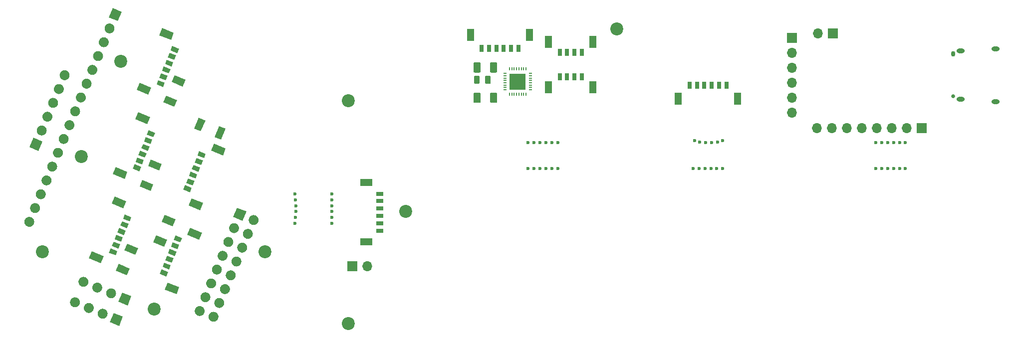
<source format=gbr>
%TF.GenerationSoftware,KiCad,Pcbnew,5.1.6*%
%TF.CreationDate,2020-08-23T11:13:54-07:00*%
%TF.ProjectId,plant_station_v3,706c616e-745f-4737-9461-74696f6e5f76,rev?*%
%TF.SameCoordinates,Original*%
%TF.FileFunction,Soldermask,Bot*%
%TF.FilePolarity,Negative*%
%FSLAX46Y46*%
G04 Gerber Fmt 4.6, Leading zero omitted, Abs format (unit mm)*
G04 Created by KiCad (PCBNEW 5.1.6) date 2020-08-23 11:13:54*
%MOMM*%
%LPD*%
G01*
G04 APERTURE LIST*
%ADD10C,0.600000*%
%ADD11O,1.700000X1.700000*%
%ADD12R,1.700000X1.700000*%
%ADD13C,2.200000*%
%ADD14C,0.100000*%
%ADD15R,1.300000X2.150000*%
%ADD16R,0.800000X1.200000*%
%ADD17R,2.150000X1.300000*%
%ADD18R,1.200000X0.800000*%
%ADD19R,0.200000X0.500000*%
%ADD20R,0.500000X0.200000*%
%ADD21R,2.800000X2.800000*%
%ADD22O,1.400000X0.800000*%
%ADD23O,0.650000X0.950000*%
%ADD24C,0.650000*%
G04 APERTURE END LIST*
D10*
%TO.C,REF\u002A\u002A*%
X112400000Y-89000000D03*
%TD*%
%TO.C,REF\u002A\u002A*%
X112500000Y-90000000D03*
%TD*%
%TO.C,REF\u002A\u002A*%
X112600000Y-91000000D03*
%TD*%
%TO.C,REF\u002A\u002A*%
X112600000Y-92000000D03*
%TD*%
%TO.C,REF\u002A\u002A*%
X112500000Y-93000000D03*
%TD*%
%TO.C,REF\u002A\u002A*%
X112400000Y-94000000D03*
%TD*%
%TO.C,REF\u002A\u002A*%
X118700000Y-94000000D03*
%TD*%
%TO.C,REF\u002A\u002A*%
X118700000Y-93000000D03*
%TD*%
%TO.C,REF\u002A\u002A*%
X118700000Y-92000000D03*
%TD*%
%TO.C,REF\u002A\u002A*%
X118700000Y-91000000D03*
%TD*%
%TO.C,REF\u002A\u002A*%
X118700000Y-90000000D03*
%TD*%
%TO.C,REF\u002A\u002A*%
X118700000Y-89000000D03*
%TD*%
%TO.C,REF\u002A\u002A*%
X152000000Y-80300000D03*
%TD*%
%TO.C,REF\u002A\u002A*%
X153000000Y-80300000D03*
%TD*%
%TO.C,REF\u002A\u002A*%
X154000000Y-80300000D03*
%TD*%
%TO.C,REF\u002A\u002A*%
X155000000Y-80300000D03*
%TD*%
%TO.C,REF\u002A\u002A*%
X156000000Y-80300000D03*
%TD*%
%TO.C,REF\u002A\u002A*%
X157000000Y-80300000D03*
%TD*%
%TO.C,REF\u002A\u002A*%
X157000000Y-84700000D03*
%TD*%
%TO.C,REF\u002A\u002A*%
X156000000Y-84700000D03*
%TD*%
%TO.C,REF\u002A\u002A*%
X155000000Y-84700000D03*
%TD*%
%TO.C,REF\u002A\u002A*%
X154000000Y-84700000D03*
%TD*%
%TO.C,REF\u002A\u002A*%
X153000000Y-84700000D03*
%TD*%
%TO.C,REF\u002A\u002A*%
X152000000Y-84700000D03*
%TD*%
%TO.C,REF\u002A\u002A*%
X180200000Y-79900000D03*
%TD*%
%TO.C,REF\u002A\u002A*%
X181100000Y-80200000D03*
%TD*%
%TO.C,REF\u002A\u002A*%
X182100000Y-80300000D03*
%TD*%
%TO.C,REF\u002A\u002A*%
X183100000Y-80300000D03*
%TD*%
%TO.C,REF\u002A\u002A*%
X184100000Y-80200000D03*
%TD*%
%TO.C,REF\u002A\u002A*%
X185000000Y-79900000D03*
%TD*%
%TO.C,REF\u002A\u002A*%
X185000000Y-84700000D03*
%TD*%
%TO.C,REF\u002A\u002A*%
X184000000Y-84700000D03*
%TD*%
%TO.C,REF\u002A\u002A*%
X183000000Y-84700000D03*
%TD*%
%TO.C,REF\u002A\u002A*%
X182000000Y-84700000D03*
%TD*%
%TO.C,REF\u002A\u002A*%
X181000000Y-84700000D03*
%TD*%
%TO.C,REF\u002A\u002A*%
X180000000Y-84700000D03*
%TD*%
%TO.C,REF\u002A\u002A*%
X216000000Y-80300000D03*
%TD*%
%TO.C,REF\u002A\u002A*%
X215000000Y-80300000D03*
%TD*%
%TO.C,REF\u002A\u002A*%
X214000000Y-80300000D03*
%TD*%
%TO.C,REF\u002A\u002A*%
X213000000Y-80300000D03*
%TD*%
%TO.C,REF\u002A\u002A*%
X212000000Y-80300000D03*
%TD*%
%TO.C,REF\u002A\u002A*%
X211000000Y-80300000D03*
%TD*%
%TO.C,REF\u002A\u002A*%
X216000000Y-84700000D03*
%TD*%
%TO.C,REF\u002A\u002A*%
X215000000Y-84700000D03*
%TD*%
%TO.C,REF\u002A\u002A*%
X214000000Y-84700000D03*
%TD*%
%TO.C,REF\u002A\u002A*%
X213000000Y-84700000D03*
%TD*%
%TO.C,REF\u002A\u002A*%
X212000000Y-84700000D03*
%TD*%
%TO.C,REF\u002A\u002A*%
X211000000Y-84700000D03*
%TD*%
D11*
%TO.C,J7*%
X200995000Y-77855000D03*
X203535000Y-77855000D03*
X206075000Y-77855000D03*
X208615000Y-77855000D03*
X211155000Y-77855000D03*
X213695000Y-77855000D03*
X216235000Y-77855000D03*
D12*
X218775000Y-77855000D03*
%TD*%
D13*
%TO.C,REF\u002A\u002A*%
X167005000Y-60990000D03*
%TD*%
%TO.C,REF\u002A\u002A*%
X121475000Y-73200000D03*
%TD*%
%TO.C,REF\u002A\u002A*%
X131195000Y-92000000D03*
%TD*%
%TO.C,REF\u002A\u002A*%
X121475000Y-111000000D03*
%TD*%
D14*
%TO.C,J2*%
G36*
X100188557Y-82477080D02*
G01*
X98202216Y-81654311D01*
X98699705Y-80453268D01*
X100686046Y-81276037D01*
X100188557Y-82477080D01*
G37*
G36*
X96342588Y-91762070D02*
G01*
X94356247Y-90939301D01*
X94853736Y-89738258D01*
X96840077Y-90561027D01*
X96342588Y-91762070D01*
G37*
G36*
X96997982Y-82941449D02*
G01*
X95889327Y-82482229D01*
X96195474Y-81743125D01*
X97304129Y-82202345D01*
X96997982Y-82941449D01*
G37*
G36*
X96519628Y-84096298D02*
G01*
X95410973Y-83637078D01*
X95717120Y-82897974D01*
X96825775Y-83357194D01*
X96519628Y-84096298D01*
G37*
G36*
X96041274Y-85251148D02*
G01*
X94932619Y-84791928D01*
X95238766Y-84052824D01*
X96347421Y-84512044D01*
X96041274Y-85251148D01*
G37*
G36*
X95562920Y-86405997D02*
G01*
X94454265Y-85946777D01*
X94760412Y-85207673D01*
X95869067Y-85666893D01*
X95562920Y-86405997D01*
G37*
G36*
X95084565Y-87560847D02*
G01*
X93975910Y-87101627D01*
X94282057Y-86362523D01*
X95390712Y-86821743D01*
X95084565Y-87560847D01*
G37*
G36*
X94606211Y-88715696D02*
G01*
X93497556Y-88256476D01*
X93803703Y-87517372D01*
X94912358Y-87976592D01*
X94606211Y-88715696D01*
G37*
%TD*%
%TO.C,D13*%
G36*
X82525896Y-100894841D02*
G01*
X84373655Y-101660208D01*
X83895300Y-102815057D01*
X82047541Y-102049690D01*
X82525896Y-100894841D01*
G37*
G36*
X83960958Y-97430293D02*
G01*
X85808717Y-98195660D01*
X85330362Y-99350509D01*
X83482603Y-98585142D01*
X83960958Y-97430293D01*
G37*
%TD*%
%TO.C,J13*%
G36*
X77993257Y-98719704D02*
G01*
X79979598Y-99542473D01*
X79482109Y-100743516D01*
X77495768Y-99920747D01*
X77993257Y-98719704D01*
G37*
G36*
X81839226Y-89434714D02*
G01*
X83825567Y-90257483D01*
X83328078Y-91458526D01*
X81341737Y-90635757D01*
X81839226Y-89434714D01*
G37*
G36*
X81183832Y-98255335D02*
G01*
X82292487Y-98714555D01*
X81986340Y-99453659D01*
X80877685Y-98994439D01*
X81183832Y-98255335D01*
G37*
G36*
X81662186Y-97100486D02*
G01*
X82770841Y-97559706D01*
X82464694Y-98298810D01*
X81356039Y-97839590D01*
X81662186Y-97100486D01*
G37*
G36*
X82140540Y-95945636D02*
G01*
X83249195Y-96404856D01*
X82943048Y-97143960D01*
X81834393Y-96684740D01*
X82140540Y-95945636D01*
G37*
G36*
X82618894Y-94790787D02*
G01*
X83727549Y-95250007D01*
X83421402Y-95989111D01*
X82312747Y-95529891D01*
X82618894Y-94790787D01*
G37*
G36*
X83097249Y-93635937D02*
G01*
X84205904Y-94095157D01*
X83899757Y-94834261D01*
X82791102Y-94375041D01*
X83097249Y-93635937D01*
G37*
G36*
X83575603Y-92481088D02*
G01*
X84684258Y-92940308D01*
X84378111Y-93679412D01*
X83269456Y-93220192D01*
X83575603Y-92481088D01*
G37*
%TD*%
%TO.C,J17*%
G36*
X83047877Y-58085963D02*
G01*
X82397315Y-59656559D01*
X80826719Y-59005997D01*
X81477281Y-57435401D01*
X83047877Y-58085963D01*
G37*
G36*
G01*
X81750580Y-61217915D02*
X81750580Y-61217915D01*
G75*
G02*
X80640001Y-61677932I-785298J325281D01*
G01*
X80640001Y-61677932D01*
G75*
G02*
X80179984Y-60567353I325281J785298D01*
G01*
X80179984Y-60567353D01*
G75*
G02*
X81290563Y-60107336I785298J-325281D01*
G01*
X81290563Y-60107336D01*
G75*
G02*
X81750580Y-61217915I-325281J-785298D01*
G01*
G37*
G36*
G01*
X80778564Y-63564569D02*
X80778564Y-63564569D01*
G75*
G02*
X79667985Y-64024586I-785298J325281D01*
G01*
X79667985Y-64024586D01*
G75*
G02*
X79207968Y-62914007I325281J785298D01*
G01*
X79207968Y-62914007D01*
G75*
G02*
X80318547Y-62453990I785298J-325281D01*
G01*
X80318547Y-62453990D01*
G75*
G02*
X80778564Y-63564569I-325281J-785298D01*
G01*
G37*
G36*
G01*
X79806548Y-65911223D02*
X79806548Y-65911223D01*
G75*
G02*
X78695969Y-66371240I-785298J325281D01*
G01*
X78695969Y-66371240D01*
G75*
G02*
X78235952Y-65260661I325281J785298D01*
G01*
X78235952Y-65260661D01*
G75*
G02*
X79346531Y-64800644I785298J-325281D01*
G01*
X79346531Y-64800644D01*
G75*
G02*
X79806548Y-65911223I-325281J-785298D01*
G01*
G37*
G36*
G01*
X78834532Y-68257877D02*
X78834532Y-68257877D01*
G75*
G02*
X77723953Y-68717894I-785298J325281D01*
G01*
X77723953Y-68717894D01*
G75*
G02*
X77263936Y-67607315I325281J785298D01*
G01*
X77263936Y-67607315D01*
G75*
G02*
X78374515Y-67147298I785298J-325281D01*
G01*
X78374515Y-67147298D01*
G75*
G02*
X78834532Y-68257877I-325281J-785298D01*
G01*
G37*
G36*
G01*
X77862516Y-70604531D02*
X77862516Y-70604531D01*
G75*
G02*
X76751937Y-71064548I-785298J325281D01*
G01*
X76751937Y-71064548D01*
G75*
G02*
X76291920Y-69953969I325281J785298D01*
G01*
X76291920Y-69953969D01*
G75*
G02*
X77402499Y-69493952I785298J-325281D01*
G01*
X77402499Y-69493952D01*
G75*
G02*
X77862516Y-70604531I-325281J-785298D01*
G01*
G37*
G36*
G01*
X76890500Y-72951185D02*
X76890500Y-72951185D01*
G75*
G02*
X75779921Y-73411202I-785298J325281D01*
G01*
X75779921Y-73411202D01*
G75*
G02*
X75319904Y-72300623I325281J785298D01*
G01*
X75319904Y-72300623D01*
G75*
G02*
X76430483Y-71840606I785298J-325281D01*
G01*
X76430483Y-71840606D01*
G75*
G02*
X76890500Y-72951185I-325281J-785298D01*
G01*
G37*
G36*
G01*
X75918485Y-75297839D02*
X75918485Y-75297839D01*
G75*
G02*
X74807906Y-75757856I-785298J325281D01*
G01*
X74807906Y-75757856D01*
G75*
G02*
X74347889Y-74647277I325281J785298D01*
G01*
X74347889Y-74647277D01*
G75*
G02*
X75458468Y-74187260I785298J-325281D01*
G01*
X75458468Y-74187260D01*
G75*
G02*
X75918485Y-75297839I-325281J-785298D01*
G01*
G37*
G36*
G01*
X74946469Y-77644493D02*
X74946469Y-77644493D01*
G75*
G02*
X73835890Y-78104510I-785298J325281D01*
G01*
X73835890Y-78104510D01*
G75*
G02*
X73375873Y-76993931I325281J785298D01*
G01*
X73375873Y-76993931D01*
G75*
G02*
X74486452Y-76533914I785298J-325281D01*
G01*
X74486452Y-76533914D01*
G75*
G02*
X74946469Y-77644493I-325281J-785298D01*
G01*
G37*
G36*
G01*
X73974453Y-79991147D02*
X73974453Y-79991147D01*
G75*
G02*
X72863874Y-80451164I-785298J325281D01*
G01*
X72863874Y-80451164D01*
G75*
G02*
X72403857Y-79340585I325281J785298D01*
G01*
X72403857Y-79340585D01*
G75*
G02*
X73514436Y-78880568I785298J-325281D01*
G01*
X73514436Y-78880568D01*
G75*
G02*
X73974453Y-79991147I-325281J-785298D01*
G01*
G37*
G36*
G01*
X73002437Y-82337801D02*
X73002437Y-82337801D01*
G75*
G02*
X71891858Y-82797818I-785298J325281D01*
G01*
X71891858Y-82797818D01*
G75*
G02*
X71431841Y-81687239I325281J785298D01*
G01*
X71431841Y-81687239D01*
G75*
G02*
X72542420Y-81227222I785298J-325281D01*
G01*
X72542420Y-81227222D01*
G75*
G02*
X73002437Y-82337801I-325281J-785298D01*
G01*
G37*
G36*
G01*
X72030421Y-84684455D02*
X72030421Y-84684455D01*
G75*
G02*
X70919842Y-85144472I-785298J325281D01*
G01*
X70919842Y-85144472D01*
G75*
G02*
X70459825Y-84033893I325281J785298D01*
G01*
X70459825Y-84033893D01*
G75*
G02*
X71570404Y-83573876I785298J-325281D01*
G01*
X71570404Y-83573876D01*
G75*
G02*
X72030421Y-84684455I-325281J-785298D01*
G01*
G37*
G36*
G01*
X71058405Y-87031109D02*
X71058405Y-87031109D01*
G75*
G02*
X69947826Y-87491126I-785298J325281D01*
G01*
X69947826Y-87491126D01*
G75*
G02*
X69487809Y-86380547I325281J785298D01*
G01*
X69487809Y-86380547D01*
G75*
G02*
X70598388Y-85920530I785298J-325281D01*
G01*
X70598388Y-85920530D01*
G75*
G02*
X71058405Y-87031109I-325281J-785298D01*
G01*
G37*
G36*
G01*
X70086389Y-89377763D02*
X70086389Y-89377763D01*
G75*
G02*
X68975810Y-89837780I-785298J325281D01*
G01*
X68975810Y-89837780D01*
G75*
G02*
X68515793Y-88727201I325281J785298D01*
G01*
X68515793Y-88727201D01*
G75*
G02*
X69626372Y-88267184I785298J-325281D01*
G01*
X69626372Y-88267184D01*
G75*
G02*
X70086389Y-89377763I-325281J-785298D01*
G01*
G37*
G36*
G01*
X69114373Y-91724417D02*
X69114373Y-91724417D01*
G75*
G02*
X68003794Y-92184434I-785298J325281D01*
G01*
X68003794Y-92184434D01*
G75*
G02*
X67543777Y-91073855I325281J785298D01*
G01*
X67543777Y-91073855D01*
G75*
G02*
X68654356Y-90613838I785298J-325281D01*
G01*
X68654356Y-90613838D01*
G75*
G02*
X69114373Y-91724417I-325281J-785298D01*
G01*
G37*
G36*
G01*
X68142357Y-94071071D02*
X68142357Y-94071071D01*
G75*
G02*
X67031778Y-94531088I-785298J325281D01*
G01*
X67031778Y-94531088D01*
G75*
G02*
X66571761Y-93420509I325281J785298D01*
G01*
X66571761Y-93420509D01*
G75*
G02*
X67682340Y-92960492I785298J-325281D01*
G01*
X67682340Y-92960492D01*
G75*
G02*
X68142357Y-94071071I-325281J-785298D01*
G01*
G37*
%TD*%
D12*
%TO.C,J19*%
X203725000Y-61755000D03*
D11*
X201185000Y-61755000D03*
%TD*%
D12*
%TO.C,J16*%
X196725000Y-62467500D03*
D11*
X196725000Y-65007500D03*
X196725000Y-67547500D03*
X196725000Y-70087500D03*
X196725000Y-72627500D03*
X196725000Y-75167500D03*
%TD*%
D15*
%TO.C,J12*%
X187525000Y-72870001D03*
X177475000Y-72870001D03*
D16*
X185625000Y-70575001D03*
X184375000Y-70575001D03*
X183125000Y-70575001D03*
X181875000Y-70575001D03*
X180625000Y-70575001D03*
X179375000Y-70575001D03*
%TD*%
D17*
%TO.C,J11*%
X124530000Y-97125000D03*
X124530000Y-87075000D03*
D18*
X126825000Y-95225000D03*
X126825000Y-93975000D03*
X126825000Y-92725000D03*
X126825000Y-91475000D03*
X126825000Y-90225000D03*
X126825000Y-88975000D03*
%TD*%
D14*
%TO.C,J10*%
G36*
X83116801Y-105739769D02*
G01*
X84687397Y-106390331D01*
X84036835Y-107960927D01*
X82466239Y-107310365D01*
X83116801Y-105739769D01*
G37*
G36*
G01*
X81555445Y-105093034D02*
X81555445Y-105093034D01*
G75*
G02*
X82015462Y-106203613I-325281J-785298D01*
G01*
X82015462Y-106203613D01*
G75*
G02*
X80904883Y-106663630I-785298J325281D01*
G01*
X80904883Y-106663630D01*
G75*
G02*
X80444866Y-105553051I325281J785298D01*
G01*
X80444866Y-105553051D01*
G75*
G02*
X81555445Y-105093034I785298J-325281D01*
G01*
G37*
G36*
G01*
X79208791Y-104121018D02*
X79208791Y-104121018D01*
G75*
G02*
X79668808Y-105231597I-325281J-785298D01*
G01*
X79668808Y-105231597D01*
G75*
G02*
X78558229Y-105691614I-785298J325281D01*
G01*
X78558229Y-105691614D01*
G75*
G02*
X78098212Y-104581035I325281J785298D01*
G01*
X78098212Y-104581035D01*
G75*
G02*
X79208791Y-104121018I785298J-325281D01*
G01*
G37*
G36*
G01*
X76862137Y-103149002D02*
X76862137Y-103149002D01*
G75*
G02*
X77322154Y-104259581I-325281J-785298D01*
G01*
X77322154Y-104259581D01*
G75*
G02*
X76211575Y-104719598I-785298J325281D01*
G01*
X76211575Y-104719598D01*
G75*
G02*
X75751558Y-103609019I325281J785298D01*
G01*
X75751558Y-103609019D01*
G75*
G02*
X76862137Y-103149002I785298J-325281D01*
G01*
G37*
%TD*%
%TO.C,J9*%
G36*
G01*
X75427074Y-106613550D02*
X75427074Y-106613550D01*
G75*
G02*
X75887091Y-107724129I-325281J-785298D01*
G01*
X75887091Y-107724129D01*
G75*
G02*
X74776512Y-108184146I-785298J325281D01*
G01*
X74776512Y-108184146D01*
G75*
G02*
X74316495Y-107073567I325281J785298D01*
G01*
X74316495Y-107073567D01*
G75*
G02*
X75427074Y-106613550I785298J-325281D01*
G01*
G37*
G36*
G01*
X77773728Y-107585566D02*
X77773728Y-107585566D01*
G75*
G02*
X78233745Y-108696145I-325281J-785298D01*
G01*
X78233745Y-108696145D01*
G75*
G02*
X77123166Y-109156162I-785298J325281D01*
G01*
X77123166Y-109156162D01*
G75*
G02*
X76663149Y-108045583I325281J785298D01*
G01*
X76663149Y-108045583D01*
G75*
G02*
X77773728Y-107585566I785298J-325281D01*
G01*
G37*
G36*
G01*
X80120382Y-108557582D02*
X80120382Y-108557582D01*
G75*
G02*
X80580399Y-109668161I-325281J-785298D01*
G01*
X80580399Y-109668161D01*
G75*
G02*
X79469820Y-110128178I-785298J325281D01*
G01*
X79469820Y-110128178D01*
G75*
G02*
X79009803Y-109017599I325281J785298D01*
G01*
X79009803Y-109017599D01*
G75*
G02*
X80120382Y-108557582I785298J-325281D01*
G01*
G37*
G36*
X81681738Y-109204317D02*
G01*
X83252334Y-109854879D01*
X82601772Y-111425475D01*
X81031176Y-110774913D01*
X81681738Y-109204317D01*
G37*
%TD*%
%TO.C,J6*%
G36*
X91631186Y-63887250D02*
G01*
X92739841Y-64346470D01*
X92433694Y-65085574D01*
X91325039Y-64626354D01*
X91631186Y-63887250D01*
G37*
G36*
X91152832Y-65042099D02*
G01*
X92261487Y-65501319D01*
X91955340Y-66240423D01*
X90846685Y-65781203D01*
X91152832Y-65042099D01*
G37*
G36*
X90674477Y-66196949D02*
G01*
X91783132Y-66656169D01*
X91476985Y-67395273D01*
X90368330Y-66936053D01*
X90674477Y-66196949D01*
G37*
G36*
X90196123Y-67351798D02*
G01*
X91304778Y-67811018D01*
X90998631Y-68550122D01*
X89889976Y-68090902D01*
X90196123Y-67351798D01*
G37*
G36*
X89717769Y-68506648D02*
G01*
X90826424Y-68965868D01*
X90520277Y-69704972D01*
X89411622Y-69245752D01*
X89717769Y-68506648D01*
G37*
G36*
X89239415Y-69661497D02*
G01*
X90348070Y-70120717D01*
X90041923Y-70859821D01*
X88933268Y-70400601D01*
X89239415Y-69661497D01*
G37*
G36*
X89894809Y-60840876D02*
G01*
X91881150Y-61663645D01*
X91383661Y-62864688D01*
X89397320Y-62041919D01*
X89894809Y-60840876D01*
G37*
G36*
X86048840Y-70125866D02*
G01*
X88035181Y-70948635D01*
X87537692Y-72149678D01*
X85551351Y-71326909D01*
X86048840Y-70125866D01*
G37*
%TD*%
D19*
%TO.C,LEDDRV1*%
X148825000Y-67770000D03*
X149225000Y-67770000D03*
X149625000Y-67770000D03*
X150025000Y-67770000D03*
X150425000Y-67770000D03*
X150825000Y-67770000D03*
X151225000Y-67770000D03*
X151625000Y-67770000D03*
D20*
X152375000Y-68520000D03*
X152375000Y-68920000D03*
X152375000Y-69320000D03*
X152375000Y-69720000D03*
X152375000Y-70120000D03*
X152375000Y-70520000D03*
X152375000Y-70920000D03*
X152375000Y-71320000D03*
D19*
X151625000Y-72070000D03*
X151225000Y-72070000D03*
X150825000Y-72070000D03*
X150425000Y-72070000D03*
X150025000Y-72070000D03*
X149625000Y-72070000D03*
X149225000Y-72070000D03*
X148825000Y-72070000D03*
D20*
X148075000Y-71320000D03*
X148075000Y-70920000D03*
X148075000Y-70520000D03*
X148075000Y-70120000D03*
X148075000Y-69720000D03*
X148075000Y-69320000D03*
X148075000Y-68920000D03*
X148075000Y-68520000D03*
D21*
X150225000Y-69920000D03*
%TD*%
D14*
%TO.C,D9*%
G36*
X90581478Y-72301003D02*
G01*
X92429237Y-73066370D01*
X91950882Y-74221219D01*
X90103123Y-73455852D01*
X90581478Y-72301003D01*
G37*
G36*
X92016540Y-68836455D02*
G01*
X93864299Y-69601822D01*
X93385944Y-70756671D01*
X91538185Y-69991304D01*
X92016540Y-68836455D01*
G37*
%TD*%
D12*
%TO.C,J18*%
X122125000Y-101311875D03*
D11*
X124665000Y-101311875D03*
%TD*%
%TO.C,C1*%
G36*
G01*
X146750000Y-66895000D02*
X146750000Y-68145000D01*
G75*
G02*
X146500000Y-68395000I-250000J0D01*
G01*
X145750000Y-68395000D01*
G75*
G02*
X145500000Y-68145000I0J250000D01*
G01*
X145500000Y-66895000D01*
G75*
G02*
X145750000Y-66645000I250000J0D01*
G01*
X146500000Y-66645000D01*
G75*
G02*
X146750000Y-66895000I0J-250000D01*
G01*
G37*
G36*
G01*
X143950000Y-66895000D02*
X143950000Y-68145000D01*
G75*
G02*
X143700000Y-68395000I-250000J0D01*
G01*
X142950000Y-68395000D01*
G75*
G02*
X142700000Y-68145000I0J250000D01*
G01*
X142700000Y-66895000D01*
G75*
G02*
X142950000Y-66645000I250000J0D01*
G01*
X143700000Y-66645000D01*
G75*
G02*
X143950000Y-66895000I0J-250000D01*
G01*
G37*
%TD*%
D15*
%TO.C,J14*%
X155450000Y-63180000D03*
X163000000Y-63180000D03*
D16*
X157350000Y-64995000D03*
X158600000Y-64995000D03*
X159850000Y-64995000D03*
X161100000Y-64995000D03*
%TD*%
%TO.C,R1*%
G36*
G01*
X142800000Y-70076250D02*
X142800000Y-69163750D01*
G75*
G02*
X143043750Y-68920000I243750J0D01*
G01*
X143531250Y-68920000D01*
G75*
G02*
X143775000Y-69163750I0J-243750D01*
G01*
X143775000Y-70076250D01*
G75*
G02*
X143531250Y-70320000I-243750J0D01*
G01*
X143043750Y-70320000D01*
G75*
G02*
X142800000Y-70076250I0J243750D01*
G01*
G37*
G36*
G01*
X144675000Y-70076250D02*
X144675000Y-69163750D01*
G75*
G02*
X144918750Y-68920000I243750J0D01*
G01*
X145406250Y-68920000D01*
G75*
G02*
X145650000Y-69163750I0J-243750D01*
G01*
X145650000Y-70076250D01*
G75*
G02*
X145406250Y-70320000I-243750J0D01*
G01*
X144918750Y-70320000D01*
G75*
G02*
X144675000Y-70076250I0J243750D01*
G01*
G37*
%TD*%
D14*
%TO.C,J4*%
G36*
X96160765Y-96773999D02*
G01*
X94174424Y-95951230D01*
X94671913Y-94750187D01*
X96658254Y-95572956D01*
X96160765Y-96773999D01*
G37*
G36*
X92314796Y-106058989D02*
G01*
X90328455Y-105236220D01*
X90825944Y-104035177D01*
X92812285Y-104857946D01*
X92314796Y-106058989D01*
G37*
G36*
X92970190Y-97238368D02*
G01*
X91861535Y-96779148D01*
X92167682Y-96040044D01*
X93276337Y-96499264D01*
X92970190Y-97238368D01*
G37*
G36*
X92491836Y-98393217D02*
G01*
X91383181Y-97933997D01*
X91689328Y-97194893D01*
X92797983Y-97654113D01*
X92491836Y-98393217D01*
G37*
G36*
X92013482Y-99548067D02*
G01*
X90904827Y-99088847D01*
X91210974Y-98349743D01*
X92319629Y-98808963D01*
X92013482Y-99548067D01*
G37*
G36*
X91535128Y-100702916D02*
G01*
X90426473Y-100243696D01*
X90732620Y-99504592D01*
X91841275Y-99963812D01*
X91535128Y-100702916D01*
G37*
G36*
X91056773Y-101857766D02*
G01*
X89948118Y-101398546D01*
X90254265Y-100659442D01*
X91362920Y-101118662D01*
X91056773Y-101857766D01*
G37*
G36*
X90578419Y-103012615D02*
G01*
X89469764Y-102553395D01*
X89775911Y-101814291D01*
X90884566Y-102273511D01*
X90578419Y-103012615D01*
G37*
%TD*%
D15*
%TO.C,J20*%
X142200000Y-61975000D03*
X152250000Y-61975000D03*
D16*
X144100000Y-64270000D03*
X145350000Y-64270000D03*
X146600000Y-64270000D03*
X147850000Y-64270000D03*
X149100000Y-64270000D03*
X150350000Y-64270000D03*
%TD*%
%TO.C,C2*%
G36*
G01*
X142700000Y-73295000D02*
X142700000Y-72045000D01*
G75*
G02*
X142950000Y-71795000I250000J0D01*
G01*
X143700000Y-71795000D01*
G75*
G02*
X143950000Y-72045000I0J-250000D01*
G01*
X143950000Y-73295000D01*
G75*
G02*
X143700000Y-73545000I-250000J0D01*
G01*
X142950000Y-73545000D01*
G75*
G02*
X142700000Y-73295000I0J250000D01*
G01*
G37*
G36*
G01*
X145500000Y-73295000D02*
X145500000Y-72045000D01*
G75*
G02*
X145750000Y-71795000I250000J0D01*
G01*
X146500000Y-71795000D01*
G75*
G02*
X146750000Y-72045000I0J-250000D01*
G01*
X146750000Y-73295000D01*
G75*
G02*
X146500000Y-73545000I-250000J0D01*
G01*
X145750000Y-73545000D01*
G75*
G02*
X145500000Y-73295000I0J250000D01*
G01*
G37*
%TD*%
D14*
%TO.C,J5*%
G36*
X87603395Y-78184169D02*
G01*
X88712050Y-78643389D01*
X88405903Y-79382493D01*
X87297248Y-78923273D01*
X87603395Y-78184169D01*
G37*
G36*
X87125041Y-79339018D02*
G01*
X88233696Y-79798238D01*
X87927549Y-80537342D01*
X86818894Y-80078122D01*
X87125041Y-79339018D01*
G37*
G36*
X86646686Y-80493868D02*
G01*
X87755341Y-80953088D01*
X87449194Y-81692192D01*
X86340539Y-81232972D01*
X86646686Y-80493868D01*
G37*
G36*
X86168332Y-81648717D02*
G01*
X87276987Y-82107937D01*
X86970840Y-82847041D01*
X85862185Y-82387821D01*
X86168332Y-81648717D01*
G37*
G36*
X85689978Y-82803567D02*
G01*
X86798633Y-83262787D01*
X86492486Y-84001891D01*
X85383831Y-83542671D01*
X85689978Y-82803567D01*
G37*
G36*
X85211624Y-83958416D02*
G01*
X86320279Y-84417636D01*
X86014132Y-85156740D01*
X84905477Y-84697520D01*
X85211624Y-83958416D01*
G37*
G36*
X85867018Y-75137795D02*
G01*
X87853359Y-75960564D01*
X87355870Y-77161607D01*
X85369529Y-76338838D01*
X85867018Y-75137795D01*
G37*
G36*
X82021049Y-84422785D02*
G01*
X84007390Y-85245554D01*
X83509901Y-86446597D01*
X81523560Y-85623828D01*
X82021049Y-84422785D01*
G37*
%TD*%
%TO.C,J1*%
G36*
X101955414Y-92923408D02*
G01*
X102605976Y-91352812D01*
X104176572Y-92003374D01*
X103526010Y-93573970D01*
X101955414Y-92923408D01*
G37*
G36*
G01*
X104627349Y-93110126D02*
X104627349Y-93110126D01*
G75*
G02*
X105737928Y-92650109I785298J-325281D01*
G01*
X105737928Y-92650109D01*
G75*
G02*
X106197945Y-93760688I-325281J-785298D01*
G01*
X106197945Y-93760688D01*
G75*
G02*
X105087366Y-94220705I-785298J325281D01*
G01*
X105087366Y-94220705D01*
G75*
G02*
X104627349Y-93110126I325281J785298D01*
G01*
G37*
G36*
G01*
X101308679Y-94484764D02*
X101308679Y-94484764D01*
G75*
G02*
X102419258Y-94024747I785298J-325281D01*
G01*
X102419258Y-94024747D01*
G75*
G02*
X102879275Y-95135326I-325281J-785298D01*
G01*
X102879275Y-95135326D01*
G75*
G02*
X101768696Y-95595343I-785298J325281D01*
G01*
X101768696Y-95595343D01*
G75*
G02*
X101308679Y-94484764I325281J785298D01*
G01*
G37*
G36*
G01*
X103655333Y-95456780D02*
X103655333Y-95456780D01*
G75*
G02*
X104765912Y-94996763I785298J-325281D01*
G01*
X104765912Y-94996763D01*
G75*
G02*
X105225929Y-96107342I-325281J-785298D01*
G01*
X105225929Y-96107342D01*
G75*
G02*
X104115350Y-96567359I-785298J325281D01*
G01*
X104115350Y-96567359D01*
G75*
G02*
X103655333Y-95456780I325281J785298D01*
G01*
G37*
G36*
G01*
X100336663Y-96831418D02*
X100336663Y-96831418D01*
G75*
G02*
X101447242Y-96371401I785298J-325281D01*
G01*
X101447242Y-96371401D01*
G75*
G02*
X101907259Y-97481980I-325281J-785298D01*
G01*
X101907259Y-97481980D01*
G75*
G02*
X100796680Y-97941997I-785298J325281D01*
G01*
X100796680Y-97941997D01*
G75*
G02*
X100336663Y-96831418I325281J785298D01*
G01*
G37*
G36*
G01*
X102683317Y-97803434D02*
X102683317Y-97803434D01*
G75*
G02*
X103793896Y-97343417I785298J-325281D01*
G01*
X103793896Y-97343417D01*
G75*
G02*
X104253913Y-98453996I-325281J-785298D01*
G01*
X104253913Y-98453996D01*
G75*
G02*
X103143334Y-98914013I-785298J325281D01*
G01*
X103143334Y-98914013D01*
G75*
G02*
X102683317Y-97803434I325281J785298D01*
G01*
G37*
G36*
G01*
X99364647Y-99178072D02*
X99364647Y-99178072D01*
G75*
G02*
X100475226Y-98718055I785298J-325281D01*
G01*
X100475226Y-98718055D01*
G75*
G02*
X100935243Y-99828634I-325281J-785298D01*
G01*
X100935243Y-99828634D01*
G75*
G02*
X99824664Y-100288651I-785298J325281D01*
G01*
X99824664Y-100288651D01*
G75*
G02*
X99364647Y-99178072I325281J785298D01*
G01*
G37*
G36*
G01*
X101711301Y-100150088D02*
X101711301Y-100150088D01*
G75*
G02*
X102821880Y-99690071I785298J-325281D01*
G01*
X102821880Y-99690071D01*
G75*
G02*
X103281897Y-100800650I-325281J-785298D01*
G01*
X103281897Y-100800650D01*
G75*
G02*
X102171318Y-101260667I-785298J325281D01*
G01*
X102171318Y-101260667D01*
G75*
G02*
X101711301Y-100150088I325281J785298D01*
G01*
G37*
G36*
G01*
X98392631Y-101524726D02*
X98392631Y-101524726D01*
G75*
G02*
X99503210Y-101064709I785298J-325281D01*
G01*
X99503210Y-101064709D01*
G75*
G02*
X99963227Y-102175288I-325281J-785298D01*
G01*
X99963227Y-102175288D01*
G75*
G02*
X98852648Y-102635305I-785298J325281D01*
G01*
X98852648Y-102635305D01*
G75*
G02*
X98392631Y-101524726I325281J785298D01*
G01*
G37*
G36*
G01*
X100739285Y-102496742D02*
X100739285Y-102496742D01*
G75*
G02*
X101849864Y-102036725I785298J-325281D01*
G01*
X101849864Y-102036725D01*
G75*
G02*
X102309881Y-103147304I-325281J-785298D01*
G01*
X102309881Y-103147304D01*
G75*
G02*
X101199302Y-103607321I-785298J325281D01*
G01*
X101199302Y-103607321D01*
G75*
G02*
X100739285Y-102496742I325281J785298D01*
G01*
G37*
G36*
G01*
X97420615Y-103871380D02*
X97420615Y-103871380D01*
G75*
G02*
X98531194Y-103411363I785298J-325281D01*
G01*
X98531194Y-103411363D01*
G75*
G02*
X98991211Y-104521942I-325281J-785298D01*
G01*
X98991211Y-104521942D01*
G75*
G02*
X97880632Y-104981959I-785298J325281D01*
G01*
X97880632Y-104981959D01*
G75*
G02*
X97420615Y-103871380I325281J785298D01*
G01*
G37*
G36*
G01*
X99767269Y-104843396D02*
X99767269Y-104843396D01*
G75*
G02*
X100877848Y-104383379I785298J-325281D01*
G01*
X100877848Y-104383379D01*
G75*
G02*
X101337865Y-105493958I-325281J-785298D01*
G01*
X101337865Y-105493958D01*
G75*
G02*
X100227286Y-105953975I-785298J325281D01*
G01*
X100227286Y-105953975D01*
G75*
G02*
X99767269Y-104843396I325281J785298D01*
G01*
G37*
G36*
G01*
X96448599Y-106218034D02*
X96448599Y-106218034D01*
G75*
G02*
X97559178Y-105758017I785298J-325281D01*
G01*
X97559178Y-105758017D01*
G75*
G02*
X98019195Y-106868596I-325281J-785298D01*
G01*
X98019195Y-106868596D01*
G75*
G02*
X96908616Y-107328613I-785298J325281D01*
G01*
X96908616Y-107328613D01*
G75*
G02*
X96448599Y-106218034I325281J785298D01*
G01*
G37*
G36*
G01*
X98795254Y-107190050D02*
X98795254Y-107190050D01*
G75*
G02*
X99905833Y-106730033I785298J-325281D01*
G01*
X99905833Y-106730033D01*
G75*
G02*
X100365850Y-107840612I-325281J-785298D01*
G01*
X100365850Y-107840612D01*
G75*
G02*
X99255271Y-108300629I-785298J325281D01*
G01*
X99255271Y-108300629D01*
G75*
G02*
X98795254Y-107190050I325281J785298D01*
G01*
G37*
G36*
G01*
X95476584Y-108564688D02*
X95476584Y-108564688D01*
G75*
G02*
X96587163Y-108104671I785298J-325281D01*
G01*
X96587163Y-108104671D01*
G75*
G02*
X97047180Y-109215250I-325281J-785298D01*
G01*
X97047180Y-109215250D01*
G75*
G02*
X95936601Y-109675267I-785298J325281D01*
G01*
X95936601Y-109675267D01*
G75*
G02*
X95476584Y-108564688I325281J785298D01*
G01*
G37*
G36*
G01*
X97823238Y-109536704D02*
X97823238Y-109536704D01*
G75*
G02*
X98933817Y-109076687I785298J-325281D01*
G01*
X98933817Y-109076687D01*
G75*
G02*
X99393834Y-110187266I-325281J-785298D01*
G01*
X99393834Y-110187266D01*
G75*
G02*
X98283255Y-110647283I-785298J325281D01*
G01*
X98283255Y-110647283D01*
G75*
G02*
X97823238Y-109536704I325281J785298D01*
G01*
G37*
%TD*%
D15*
%TO.C,J15*%
X163000000Y-70910000D03*
X155450000Y-70910000D03*
D16*
X161100000Y-69095000D03*
X159850000Y-69095000D03*
X158600000Y-69095000D03*
X157350000Y-69095000D03*
%TD*%
D22*
%TO.C,P1*%
X225365000Y-72947500D03*
X225365000Y-64687500D03*
X231315000Y-64327500D03*
X231315000Y-73307500D03*
D23*
X224115000Y-65217500D03*
D24*
X224115000Y-72417500D03*
%TD*%
D14*
%TO.C,D12*%
G36*
X91666395Y-94506474D02*
G01*
X89818636Y-93741107D01*
X90296991Y-92586258D01*
X92144750Y-93351625D01*
X91666395Y-94506474D01*
G37*
G36*
X90231333Y-97971022D02*
G01*
X88383574Y-97205655D01*
X88861929Y-96050806D01*
X90709688Y-96816173D01*
X90231333Y-97971022D01*
G37*
%TD*%
%TO.C,D6*%
G36*
X98769253Y-79318504D02*
G01*
X99534620Y-77470745D01*
X100689469Y-77949100D01*
X99924102Y-79796859D01*
X98769253Y-79318504D01*
G37*
G36*
X95304705Y-77883442D02*
G01*
X96070072Y-76035683D01*
X97224921Y-76514038D01*
X96459554Y-78361797D01*
X95304705Y-77883442D01*
G37*
%TD*%
%TO.C,D8*%
G36*
X86553687Y-86597922D02*
G01*
X88401446Y-87363289D01*
X87923091Y-88518138D01*
X86075332Y-87752771D01*
X86553687Y-86597922D01*
G37*
G36*
X87988749Y-83133374D02*
G01*
X89836508Y-83898741D01*
X89358153Y-85053590D01*
X87510394Y-84288223D01*
X87988749Y-83133374D01*
G37*
%TD*%
D13*
%TO.C,REF\u002A\u002A*%
X107328980Y-98825440D03*
%TD*%
%TO.C,REF\u002A\u002A*%
X88548980Y-108545442D03*
%TD*%
%TO.C,REF\u002A\u002A*%
X69558980Y-98825440D03*
%TD*%
%TO.C,REF\u002A\u002A*%
X76218980Y-82635440D03*
%TD*%
%TO.C,REF\u002A\u002A*%
X82898979Y-66465442D03*
%TD*%
%TO.C,J8*%
G36*
G01*
X74128730Y-69166185D02*
X74128730Y-69166185D01*
G75*
G02*
X73018151Y-69626202I-785298J325281D01*
G01*
X73018151Y-69626202D01*
G75*
G02*
X72558134Y-68515623I325281J785298D01*
G01*
X72558134Y-68515623D01*
G75*
G02*
X73668713Y-68055606I785298J-325281D01*
G01*
X73668713Y-68055606D01*
G75*
G02*
X74128730Y-69166185I-325281J-785298D01*
G01*
G37*
G36*
G01*
X73156714Y-71512839D02*
X73156714Y-71512839D01*
G75*
G02*
X72046135Y-71972856I-785298J325281D01*
G01*
X72046135Y-71972856D01*
G75*
G02*
X71586118Y-70862277I325281J785298D01*
G01*
X71586118Y-70862277D01*
G75*
G02*
X72696697Y-70402260I785298J-325281D01*
G01*
X72696697Y-70402260D01*
G75*
G02*
X73156714Y-71512839I-325281J-785298D01*
G01*
G37*
G36*
G01*
X72184698Y-73859493D02*
X72184698Y-73859493D01*
G75*
G02*
X71074119Y-74319510I-785298J325281D01*
G01*
X71074119Y-74319510D01*
G75*
G02*
X70614102Y-73208931I325281J785298D01*
G01*
X70614102Y-73208931D01*
G75*
G02*
X71724681Y-72748914I785298J-325281D01*
G01*
X71724681Y-72748914D01*
G75*
G02*
X72184698Y-73859493I-325281J-785298D01*
G01*
G37*
G36*
G01*
X71212682Y-76206147D02*
X71212682Y-76206147D01*
G75*
G02*
X70102103Y-76666164I-785298J325281D01*
G01*
X70102103Y-76666164D01*
G75*
G02*
X69642086Y-75555585I325281J785298D01*
G01*
X69642086Y-75555585D01*
G75*
G02*
X70752665Y-75095568I785298J-325281D01*
G01*
X70752665Y-75095568D01*
G75*
G02*
X71212682Y-76206147I-325281J-785298D01*
G01*
G37*
G36*
G01*
X70240666Y-78552801D02*
X70240666Y-78552801D01*
G75*
G02*
X69130087Y-79012818I-785298J325281D01*
G01*
X69130087Y-79012818D01*
G75*
G02*
X68670070Y-77902239I325281J785298D01*
G01*
X68670070Y-77902239D01*
G75*
G02*
X69780649Y-77442222I785298J-325281D01*
G01*
X69780649Y-77442222D01*
G75*
G02*
X70240666Y-78552801I-325281J-785298D01*
G01*
G37*
D14*
G36*
X69593931Y-80114157D02*
G01*
X68943369Y-81684753D01*
X67372773Y-81034191D01*
X68023335Y-79463595D01*
X69593931Y-80114157D01*
G37*
%TD*%
M02*

</source>
